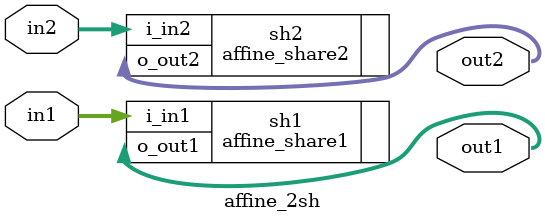
<source format=sv>

module affine_2sh(
    in1,
    in2,
    out1,
    out2
);

input wire [3 : 0] in1;
input wire [3 : 0] in2;

output wire [3 : 0] out1;
output wire [3 : 0] out2;

    affine_share1 sh1(
        .i_in1 (in1),
        .o_out1 (out1)
    );

    affine_share2 sh2(
        .i_in2 (in2),
        .o_out2 (out2)
    );

endmodule



</source>
